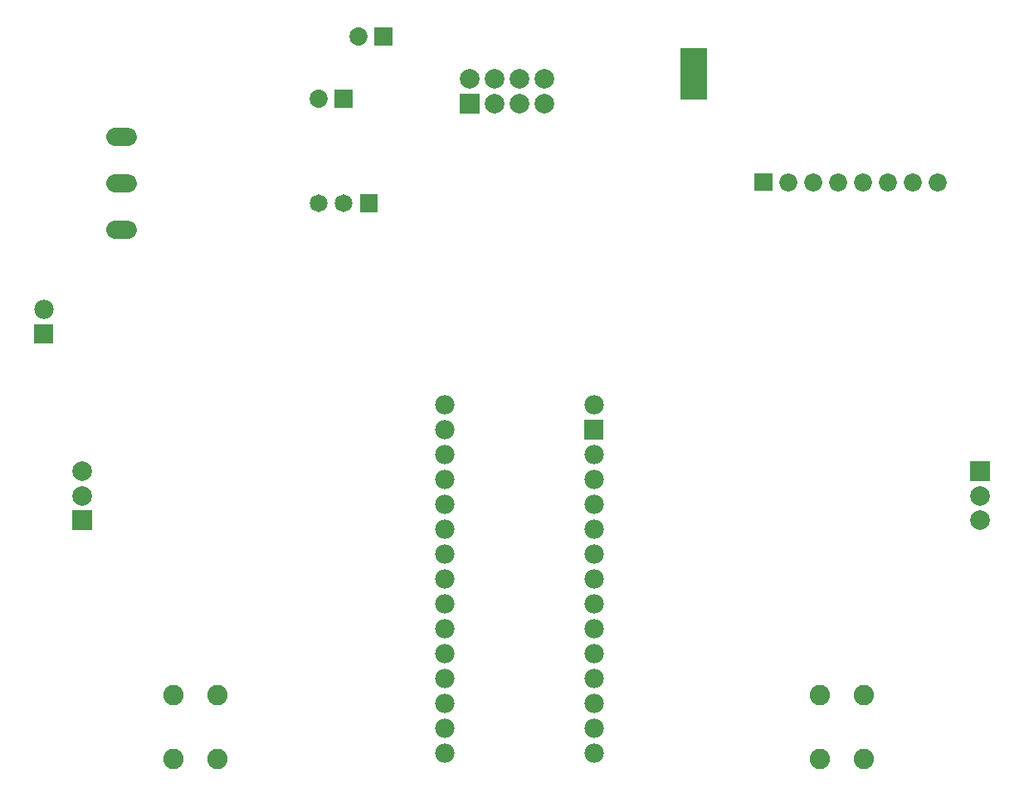
<source format=gts>
G04 Layer: TopSolderMaskLayer*
G04 EasyEDA v6.3.22, 2020-02-14T20:54:40+02:00*
G04 d9edcea2a32c4a158ae1cdf756d7b1fd,ef223f4ed8bc40b1a8d29c19021d4d8a,10*
G04 Gerber Generator version 0.2*
G04 Scale: 100 percent, Rotated: No, Reflected: No *
G04 Dimensions in inches *
G04 leading zeros omitted , absolute positions ,2 integer and 4 decimal *
%FSLAX24Y24*%
%MOIN*%
G90*
G70D02*

%ADD32C,0.074929*%
%ADD35C,0.078866*%
%ADD36C,0.078000*%
%ADD39C,0.071500*%
%ADD40C,0.073000*%
%ADD42C,0.082000*%
%ADD44C,0.072300*%

%LPD*%
G54D32*
G01X9438Y24704D02*
G01X9911Y24704D01*
G01X9438Y26559D02*
G01X9911Y26559D01*
G01X9438Y28413D02*
G01X9911Y28413D01*
G36*
G01X32110Y29909D02*
G01X32110Y31990D01*
G01X33189Y31990D01*
G01X33189Y29909D01*
G01X32110Y29909D01*
G37*
G36*
G01X7706Y12621D02*
G01X7706Y13409D01*
G01X8493Y13409D01*
G01X8493Y12621D01*
G01X7706Y12621D01*
G37*
G54D35*
G01X8100Y14000D03*
G01X8100Y14984D03*
G54D36*
G01X22650Y17650D03*
G01X22650Y16650D03*
G01X22650Y15650D03*
G01X22650Y14650D03*
G01X22650Y13650D03*
G01X22650Y12650D03*
G01X22650Y11650D03*
G01X22650Y10650D03*
G01X22650Y9650D03*
G01X22650Y8650D03*
G01X22650Y7650D03*
G01X22650Y6650D03*
G01X22650Y5650D03*
G01X22650Y4650D03*
G01X22650Y3650D03*
G01X28650Y17650D03*
G36*
G01X28260Y16259D02*
G01X28260Y17040D01*
G01X29039Y17040D01*
G01X29039Y16259D01*
G01X28260Y16259D01*
G37*
G01X28650Y15650D03*
G01X28650Y14650D03*
G01X28650Y13650D03*
G01X28650Y12650D03*
G01X28650Y11650D03*
G01X28650Y10650D03*
G01X28650Y9650D03*
G01X28650Y8650D03*
G01X28650Y7650D03*
G01X28650Y6650D03*
G01X28650Y5650D03*
G01X28650Y4650D03*
G01X28650Y3650D03*
G36*
G01X19243Y25392D02*
G01X19243Y26107D01*
G01X19957Y26107D01*
G01X19957Y25392D01*
G01X19243Y25392D01*
G37*
G54D39*
G01X18600Y25750D03*
G01X17600Y25750D03*
G54D40*
G01X17600Y29950D03*
G36*
G01X18235Y29584D02*
G01X18235Y30315D01*
G01X18964Y30315D01*
G01X18964Y29584D01*
G01X18235Y29584D01*
G37*
G01X19200Y32450D03*
G36*
G01X19835Y32084D02*
G01X19835Y32815D01*
G01X20564Y32815D01*
G01X20564Y32084D01*
G01X19835Y32084D01*
G37*
G54D36*
G01X6550Y21500D03*
G36*
G01X6160Y20109D02*
G01X6160Y20890D01*
G01X6939Y20890D01*
G01X6939Y20109D01*
G01X6160Y20109D01*
G37*
G54D42*
G01X13539Y5980D03*
G01X13539Y3419D03*
G01X11760Y5980D03*
G01X11760Y3419D03*
G01X37710Y3419D03*
G01X37710Y5980D03*
G01X39489Y3419D03*
G01X39489Y5980D03*
G36*
G01X23256Y29355D02*
G01X23256Y30144D01*
G01X24044Y30144D01*
G01X24044Y29355D01*
G01X23256Y29355D01*
G37*
G54D35*
G01X23650Y30750D03*
G01X24650Y29750D03*
G01X24650Y30750D03*
G01X25650Y29750D03*
G01X25650Y30750D03*
G01X26650Y29750D03*
G01X26650Y30750D03*
G36*
G01X43756Y14590D02*
G01X43756Y15378D01*
G01X44543Y15378D01*
G01X44543Y14590D01*
G01X43756Y14590D01*
G37*
G01X44150Y13999D03*
G01X44150Y13015D03*
G36*
G01X35089Y26238D02*
G01X35089Y26961D01*
G01X35811Y26961D01*
G01X35811Y26238D01*
G01X35089Y26238D01*
G37*
G54D44*
G01X36450Y26600D03*
G01X37450Y26600D03*
G01X38450Y26600D03*
G01X39450Y26600D03*
G01X40450Y26600D03*
G01X41450Y26600D03*
G01X42450Y26600D03*
M00*
M02*

</source>
